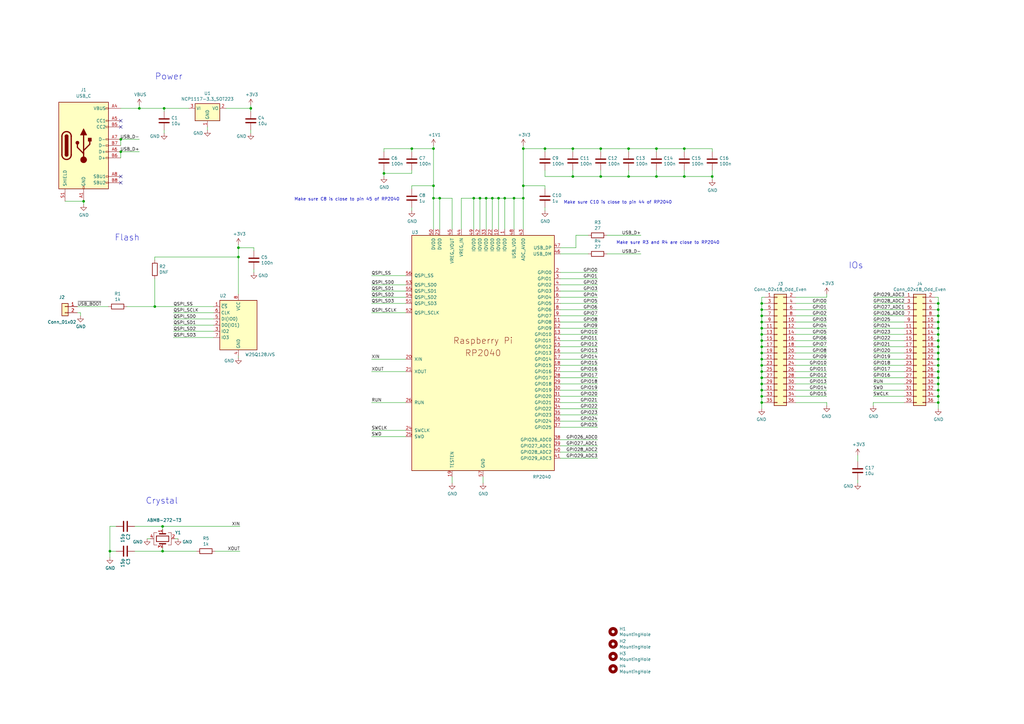
<source format=kicad_sch>
(kicad_sch (version 20231120) (generator "eeschema") (generator_version "8.0")
  (paper "A3")
  (title_block (title "RP2040 Minimal Design Example") (date "2024-01-16") (rev "REV2") (company "Raspberry Pi Ltd"))
  (lib_symbols
    (symbol "Connector:USB_C_Receptacle_USB2.0_16P" (pin_names (offset 1.016))
      (property "Reference" "J" (at 0 22.225 0))
      (property "Value" "USB_C_Receptacle_USB2.0_16P" (at 0 19.685 0))
      (symbol "USB_C_Receptacle_USB2.0_16P_1_1"
        (pin passive line (at 0 -22.86 90) (length 5.08) (name "GND") (number "A1"))
        (pin passive line (at 0 -22.86 90) (length 5.08) hide (name "GND") (number "A12"))
        (pin passive line (at 15.24 15.24 180) (length 5.08) (name "VBUS") (number "A4"))
        (pin bidirectional line (at 15.24 10.16 180) (length 5.08) (name "CC1") (number "A5"))
        (pin bidirectional line (at 15.24 -2.54 180) (length 5.08) (name "D+") (number "A6"))
        (pin bidirectional line (at 15.24 2.54 180) (length 5.08) (name "D-") (number "A7"))
        (pin bidirectional line (at 15.24 -12.7 180) (length 5.08) (name "SBU1") (number "A8"))
        (pin passive line (at 15.24 15.24 180) (length 5.08) hide (name "VBUS") (number "A9"))
        (pin passive line (at 0 -22.86 90) (length 5.08) hide (name "GND") (number "B1"))
        (pin passive line (at 0 -22.86 90) (length 5.08) hide (name "GND") (number "B12"))
        (pin passive line (at 15.24 15.24 180) (length 5.08) hide (name "VBUS") (number "B4"))
        (pin bidirectional line (at 15.24 7.62 180) (length 5.08) (name "CC2") (number "B5"))
        (pin bidirectional line (at 15.24 -5.08 180) (length 5.08) (name "D+") (number "B6"))
        (pin bidirectional line (at 15.24 0 180) (length 5.08) (name "D-") (number "B7"))
        (pin bidirectional line (at 15.24 -15.24 180) (length 5.08) (name "SBU2") (number "B8"))
        (pin passive line (at 15.24 15.24 180) (length 5.08) hide (name "VBUS") (number "B9"))
        (pin passive line (at -7.62 -22.86 90) (length 5.08) (name "SHIELD") (number "S1"))
      )
    )
    (symbol "Connector_Generic:Conn_01x02" (pin_names (offset 1.016) hide)
      (property "Reference" "J" (at 0 2.54 0))
      (property "Value" "Conn_01x02" (at 0 -5.08 0))
      (symbol "Conn_01x02_1_1"
        (pin passive line (at -5.08 0 0) (length 3.81) (name "Pin_1") (number "1"))
        (pin passive line (at -5.08 -2.54 0) (length 3.81) (name "Pin_2") (number "2"))
      )
    )
    (symbol "Connector_Generic:Conn_02x18_Odd_Even" (pin_names (offset 1.016) hide)
      (property "Reference" "J" (at 1.27 22.86 0))
      (property "Value" "Conn_02x18_Odd_Even" (at 1.27 -25.4 0))
      (symbol "Conn_02x18_Odd_Even_1_1"
        (pin passive line (at -5.08 20.32 0) (length 3.81) (name "Pin_1") (number "1"))
        (pin passive line (at 7.62 10.16 180) (length 3.81) (name "Pin_10") (number "10"))
        (pin passive line (at -5.08 7.62 0) (length 3.81) (name "Pin_11") (number "11"))
        (pin passive line (at 7.62 7.62 180) (length 3.81) (name "Pin_12") (number "12"))
        (pin passive line (at -5.08 5.08 0) (length 3.81) (name "Pin_13") (number "13"))
        (pin passive line (at 7.62 5.08 180) (length 3.81) (name "Pin_14") (number "14"))
        (pin passive line (at -5.08 2.54 0) (length 3.81) (name "Pin_15") (number "15"))
        (pin passive line (at 7.62 2.54 180) (length 3.81) (name "Pin_16") (number "16"))
        (pin passive line (at -5.08 0 0) (length 3.81) (name "Pin_17") (number "17"))
        (pin passive line (at 7.62 0 180) (length 3.81) (name "Pin_18") (number "18"))
        (pin passive line (at -5.08 -2.54 0) (length 3.81) (name "Pin_19") (number "19"))
        (pin passive line (at 7.62 20.32 180) (length 3.81) (name "Pin_2") (number "2"))
        (pin passive line (at 7.62 -2.54 180) (length 3.81) (name "Pin_20") (number "20"))
        (pin passive line (at -5.08 -5.08 0) (length 3.81) (name "Pin_21") (number "21"))
        (pin passive line (at 7.62 -5.08 180) (length 3.81) (name "Pin_22") (number "22"))
        (pin passive line (at -5.08 -7.62 0) (length 3.81) (name "Pin_23") (number "23"))
        (pin passive line (at 7.62 -7.62 180) (length 3.81) (name "Pin_24") (number "24"))
        (pin passive line (at -5.08 -10.16 0) (length 3.81) (name "Pin_25") (number "25"))
        (pin passive line (at 7.62 -10.16 180) (length 3.81) (name "Pin_26") (number "26"))
        (pin passive line (at -5.08 -12.7 0) (length 3.81) (name "Pin_27") (number "27"))
        (pin passive line (at 7.62 -12.7 180) (length 3.81) (name "Pin_28") (number "28"))
        (pin passive line (at -5.08 -15.24 0) (length 3.81) (name "Pin_29") (number "29"))
        (pin passive line (at -5.08 17.78 0) (length 3.81) (name "Pin_3") (number "3"))
        (pin passive line (at 7.62 -15.24 180) (length 3.81) (name "Pin_30") (number "30"))
        (pin passive line (at -5.08 -17.78 0) (length 3.81) (name "Pin_31") (number "31"))
        (pin passive line (at 7.62 -17.78 180) (length 3.81) (name "Pin_32") (number "32"))
        (pin passive line (at -5.08 -20.32 0) (length 3.81) (name "Pin_33") (number "33"))
        (pin passive line (at 7.62 -20.32 180) (length 3.81) (name "Pin_34") (number "34"))
        (pin passive line (at -5.08 -22.86 0) (length 3.81) (name "Pin_35") (number "35"))
        (pin passive line (at 7.62 -22.86 180) (length 3.81) (name "Pin_36") (number "36"))
        (pin passive line (at 7.62 17.78 180) (length 3.81) (name "Pin_4") (number "4"))
        (pin passive line (at -5.08 15.24 0) (length 3.81) (name "Pin_5") (number "5"))
        (pin passive line (at 7.62 15.24 180) (length 3.81) (name "Pin_6") (number "6"))
        (pin passive line (at -5.08 12.7 0) (length 3.81) (name "Pin_7") (number "7"))
        (pin passive line (at 7.62 12.7 180) (length 3.81) (name "Pin_8") (number "8"))
        (pin passive line (at -5.08 10.16 0) (length 3.81) (name "Pin_9") (number "9"))
      )
    )
    (symbol "Device:C" (pin_numbers hide) (pin_names (offset 0.254))
      (property "Reference" "C" (at 0.635 2.54 0))
      (property "Value" "C" (at 0.635 -2.54 0))
      (symbol "C_1_1"
        (pin passive line (at 0 3.81 270) (length 2.794) (name "~") (number "1"))
        (pin passive line (at 0 -3.81 90) (length 2.794) (name "~") (number "2"))
      )
    )
    (symbol "Device:Crystal_GND24" (pin_names (offset 1.016) hide)
      (property "Reference" "Y" (at 3.175 5.08 0))
      (property "Value" "Crystal_GND24" (at 3.175 3.175 0))
      (symbol "Crystal_GND24_1_1"
        (pin passive line (at -3.81 0 0) (length 1.27) (name "1") (number "1"))
        (pin passive line (at 0 5.08 270) (length 1.27) (name "2") (number "2"))
        (pin passive line (at 3.81 0 180) (length 1.27) (name "3") (number "3"))
        (pin passive line (at 0 -5.08 90) (length 1.27) (name "4") (number "4"))
      )
    )
    (symbol "Device:R" (pin_numbers hide) (pin_names (offset 0))
      (property "Reference" "R" (at 2.032 0 90))
      (property "Value" "R" (at 0 0 90))
      (symbol "R_1_1"
        (pin passive line (at 0 3.81 270) (length 1.27) (name "~") (number "1"))
        (pin passive line (at 0 -3.81 90) (length 1.27) (name "~") (number "2"))
      )
    )
    (symbol "MCU_RaspberryPi_RP2040:RP2040" (pin_names (offset 1.016))
      (property "Reference" "U" (at -29.21 49.53 0))
      (property "Value" "RP2040" (at 24.13 -49.53 0))
      (symbol "RP2040_0_0"
        (text "Raspberry Pi" (at 0 5.08 0) (effects (font (size 2.54 2.54))))
        (text "RP2040" (at 0 0 0) (effects (font (size 2.54 2.54))))
      )
      (symbol "RP2040_1_1"
        (pin power_in line (at 8.89 50.8 270) (length 2.54) (name "IOVDD") (number "1"))
        (pin power_in line (at 6.35 50.8 270) (length 2.54) (name "IOVDD") (number "10"))
        (pin bidirectional line (at 31.75 12.7 180) (length 2.54) (name "GPIO8") (number "11"))
        (pin bidirectional line (at 31.75 10.16 180) (length 2.54) (name "GPIO9") (number "12"))
        (pin bidirectional line (at 31.75 7.62 180) (length 2.54) (name "GPIO10") (number "13"))
        (pin bidirectional line (at 31.75 5.08 180) (length 2.54) (name "GPIO11") (number "14"))
        (pin bidirectional line (at 31.75 2.54 180) (length 2.54) (name "GPIO12") (number "15"))
        (pin bidirectional line (at 31.75 0 180) (length 2.54) (name "GPIO13") (number "16"))
        (pin bidirectional line (at 31.75 -2.54 180) (length 2.54) (name "GPIO14") (number "17"))
        (pin bidirectional line (at 31.75 -5.08 180) (length 2.54) (name "GPIO15") (number "18"))
        (pin passive line (at -12.7 -50.8 90) (length 2.54) (name "TESTEN") (number "19"))
        (pin bidirectional line (at 31.75 33.02 180) (length 2.54) (name "GPIO0") (number "2"))
        (pin input line (at -31.75 -2.54 0) (length 2.54) (name "XIN") (number "20"))
        (pin passive line (at -31.75 -7.62 0) (length 2.54) (name "XOUT") (number "21"))
        (pin power_in line (at 3.81 50.8 270) (length 2.54) (name "IOVDD") (number "22"))
        (pin power_in line (at -17.78 50.8 270) (length 2.54) (name "DVDD") (number "23"))
        (pin output line (at -31.75 -31.75 0) (length 2.54) (name "SWCLK") (number "24"))
        (pin bidirectional line (at -31.75 -34.29 0) (length 2.54) (name "SWD") (number "25"))
        (pin input line (at -31.75 -20.32 0) (length 2.54) (name "RUN") (number "26"))
        (pin bidirectional line (at 31.75 -7.62 180) (length 2.54) (name "GPIO16") (number "27"))
        (pin bidirectional line (at 31.75 -10.16 180) (length 2.54) (name "GPIO17") (number "28"))
        (pin bidirectional line (at 31.75 -12.7 180) (length 2.54) (name "GPIO18") (number "29"))
        (pin bidirectional line (at 31.75 30.48 180) (length 2.54) (name "GPIO1") (number "3"))
        (pin bidirectional line (at 31.75 -15.24 180) (length 2.54) (name "GPIO19") (number "30"))
        (pin bidirectional line (at 31.75 -17.78 180) (length 2.54) (name "GPIO20") (number "31"))
        (pin bidirectional line (at 31.75 -20.32 180) (length 2.54) (name "GPIO21") (number "32"))
        (pin power_in line (at 1.27 50.8 270) (length 2.54) (name "IOVDD") (number "33"))
        (pin bidirectional line (at 31.75 -22.86 180) (length 2.54) (name "GPIO22") (number "34"))
        (pin bidirectional line (at 31.75 -25.4 180) (length 2.54) (name "GPIO23") (number "35"))
        (pin bidirectional line (at 31.75 -27.94 180) (length 2.54) (name "GPIO24") (number "36"))
        (pin bidirectional line (at 31.75 -30.48 180) (length 2.54) (name "GPIO25") (number "37"))
        (pin bidirectional line (at 31.75 -35.56 180) (length 2.54) (name "GPIO26_ADC0") (number "38"))
        (pin bidirectional line (at 31.75 -38.1 180) (length 2.54) (name "GPIO27_ADC1") (number "39"))
        (pin bidirectional line (at 31.75 27.94 180) (length 2.54) (name "GPIO2") (number "4"))
        (pin bidirectional line (at 31.75 -40.64 180) (length 2.54) (name "GPIO28_ADC2") (number "40"))
        (pin bidirectional line (at 31.75 -43.18 180) (length 2.54) (name "GPIO29_ADC3") (number "41"))
        (pin power_in line (at -1.27 50.8 270) (length 2.54) (name "IOVDD") (number "42"))
        (pin power_in line (at 16.51 50.8 270) (length 2.54) (name "ADC_AVDD") (number "43"))
        (pin power_in line (at -8.89 50.8 270) (length 2.54) (name "VREG_IN") (number "44"))
        (pin power_out line (at -12.7 50.8 270) (length 2.54) (name "VREG_VOUT") (number "45"))
        (pin bidirectional line (at 31.75 40.64 180) (length 2.54) (name "USB_DM") (number "46"))
        (pin bidirectional line (at 31.75 43.18 180) (length 2.54) (name "USB_DP") (number "47"))
        (pin power_in line (at 12.7 50.8 270) (length 2.54) (name "USB_VDD") (number "48"))
        (pin power_in line (at -3.81 50.8 270) (length 2.54) (name "IOVDD") (number "49"))
        (pin bidirectional line (at 31.75 25.4 180) (length 2.54) (name "GPIO3") (number "5"))
        (pin power_in line (at -20.32 50.8 270) (length 2.54) (name "DVDD") (number "50"))
        (pin bidirectional line (at -31.75 20.32 0) (length 2.54) (name "QSPI_SD3") (number "51"))
        (pin output line (at -31.75 16.51 0) (length 2.54) (name "QSPI_SCLK") (number "52"))
        (pin bidirectional line (at -31.75 27.94 0) (length 2.54) (name "QSPI_SD0") (number "53"))
        (pin bidirectional line (at -31.75 22.86 0) (length 2.54) (name "QSPI_SD2") (number "54"))
        (pin bidirectional line (at -31.75 25.4 0) (length 2.54) (name "QSPI_SD1") (number "55"))
        (pin bidirectional line (at -31.75 31.75 0) (length 2.54) (name "QSPI_SS") (number "56"))
        (pin power_in line (at 0 -50.8 90) (length 2.54) (name "GND") (number "57"))
        (pin bidirectional line (at 31.75 22.86 180) (length 2.54) (name "GPIO4") (number "6"))
        (pin bidirectional line (at 31.75 20.32 180) (length 2.54) (name "GPIO5") (number "7"))
        (pin bidirectional line (at 31.75 17.78 180) (length 2.54) (name "GPIO6") (number "8"))
        (pin bidirectional line (at 31.75 15.24 180) (length 2.54) (name "GPIO7") (number "9"))
      )
    )
    (symbol "Mechanical:MountingHole" (pin_names (offset 1.016))
      (property "Reference" "H" (at 0 5.08 0))
      (property "Value" "MountingHole" (at 0 3.175 0))
    )
    (symbol "Memory_Flash:W25Q128JVS"
      (property "Reference" "U" (at -8.89 8.89 0))
      (property "Value" "W25Q128JVS" (at 7.62 8.89 0))
      (symbol "W25Q128JVS_1_1"
        (pin input line (at -10.16 7.62 0) (length 2.54) (name "~{CS}") (number "1"))
        (pin bidirectional line (at -10.16 0 0) (length 2.54) (name "DO(IO1)") (number "2"))
        (pin bidirectional line (at -10.16 -2.54 0) (length 2.54) (name "IO2") (number "3"))
        (pin power_in line (at 0 -12.7 90) (length 2.54) (name "GND") (number "4"))
        (pin bidirectional line (at -10.16 2.54 0) (length 2.54) (name "DI(IO0)") (number "5"))
        (pin input line (at -10.16 5.08 0) (length 2.54) (name "CLK") (number "6"))
        (pin bidirectional line (at -10.16 -5.08 0) (length 2.54) (name "IO3") (number "7"))
        (pin power_in line (at 0 12.7 270) (length 2.54) (name "VCC") (number "8"))
      )
    )
    (symbol "Regulator_Linear:NCP1117-3.3_SOT223"
      (property "Reference" "U" (at -3.81 3.175 0))
      (property "Value" "NCP1117-3.3_SOT223" (at 0 3.175 0))
      (symbol "NCP1117-3.3_SOT223_1_1"
        (pin power_in line (at 0 -7.62 90) (length 2.54) (name "GND") (number "1"))
        (pin power_out line (at 7.62 0 180) (length 2.54) (name "VO") (number "2"))
        (pin power_in line (at -7.62 0 0) (length 2.54) (name "VI") (number "3"))
      )
    )
    (symbol "power:+1V1" (power) (pin_names (offset 0))
      (property "Value" "+1V1" (at 0 3.556 0))
      (symbol "+1V1_1_1"
        (pin power_in line (at 0 0 90) (length 0) hide (name "+1V1") (number "1"))
      )
    )
    (symbol "power:+3V3" (power) (pin_names (offset 0))
      (property "Value" "+3V3" (at 0 3.556 0))
      (symbol "+3V3_1_1"
        (pin power_in line (at 0 0 90) (length 0) hide (name "+3V3") (number "1"))
      )
    )
    (symbol "power:GND" (power) (pin_names (offset 0))
      (property "Value" "GND" (at 0 -3.81 0))
      (symbol "GND_1_1"
        (pin power_in line (at 0 0 270) (length 0) hide (name "GND") (number "1"))
      )
    )
    (symbol "power:VBUS" (power) (pin_names (offset 0))
      (property "Value" "VBUS" (at 0 3.81 0))
      (symbol "VBUS_1_1"
        (pin power_in line (at 0 0 90) (length 0) hide (name "VBUS") (number "1"))
      )
    )
  )
  (junction (at 34.29 82.55))
  (junction (at 201.93 81.28))
  (junction (at 384.81 129.54))
  (junction (at 199.39 81.28))
  (junction (at 312.42 132.08))
  (junction (at 384.81 165.1))
  (junction (at 384.81 132.08))
  (junction (at 97.79 105.41))
  (junction (at 177.8 76.2))
  (junction (at 214.63 76.2))
  (junction (at 168.91 60.96))
  (junction (at 384.81 147.32))
  (junction (at 45.085 226.06))
  (junction (at 223.52 60.96))
  (junction (at 312.42 147.32))
  (junction (at 312.42 124.46))
  (junction (at 246.38 72.39))
  (junction (at 384.81 157.48))
  (junction (at 312.42 162.56))
  (junction (at 257.81 60.96))
  (junction (at 66.675 215.9))
  (junction (at 246.38 60.96))
  (junction (at 177.8 81.28))
  (junction (at 180.34 81.28))
  (junction (at 204.47 81.28))
  (junction (at 384.81 137.16))
  (junction (at 157.48 71.12))
  (junction (at 102.87 44.45))
  (junction (at 384.81 142.24))
  (junction (at 280.67 60.96))
  (junction (at 312.42 157.48))
  (junction (at 384.81 154.94))
  (junction (at 312.42 127))
  (junction (at 292.1 72.39))
  (junction (at 66.675 226.06))
  (junction (at 384.81 127))
  (junction (at 312.42 134.62))
  (junction (at 57.15 44.45))
  (junction (at 257.81 72.39))
  (junction (at 384.81 162.56))
  (junction (at 97.79 101.6))
  (junction (at 312.42 144.78))
  (junction (at 312.42 139.7))
  (junction (at 177.8 60.96))
  (junction (at 384.81 134.62))
  (junction (at 234.95 72.39))
  (junction (at 269.24 72.39))
  (junction (at 312.42 142.24))
  (junction (at 384.81 149.86))
  (junction (at 312.42 160.02))
  (junction (at 67.31 44.45))
  (junction (at 49.53 57.15))
  (junction (at 384.81 139.7))
  (junction (at 384.81 124.46))
  (junction (at 312.42 154.94))
  (junction (at 207.01 81.28))
  (junction (at 214.63 81.28))
  (junction (at 312.42 137.16))
  (junction (at 63.5 125.73))
  (junction (at 312.42 165.1))
  (junction (at 312.42 152.4))
  (junction (at 312.42 149.86))
  (junction (at 384.81 152.4))
  (junction (at 384.81 144.78))
  (junction (at 196.85 81.28))
  (junction (at 214.63 60.96))
  (junction (at 384.81 160.02))
  (junction (at 194.31 81.28))
  (junction (at 269.24 60.96))
  (junction (at 280.67 72.39))
  (junction (at 49.53 62.23))
  (junction (at 312.42 129.54))
  (junction (at 210.82 81.28))
  (junction (at 234.95 60.96))
  (no_connect (at 49.53 72.39))
  (no_connect (at 49.53 52.07))
  (no_connect (at 49.53 74.93))
  (no_connect (at 49.53 49.53))
  (wire (pts (xy 177.8 81.28) (xy 177.8 93.98)))
  (wire (pts (xy 229.87 137.16) (xy 245.11 137.16)))
  (wire (pts (xy 157.48 71.12) (xy 168.91 71.12)))
  (wire (pts (xy 236.22 96.52) (xy 236.22 101.6)))
  (wire (pts (xy 384.81 147.32) (xy 384.81 149.86)))
  (wire (pts (xy 57.15 44.45) (xy 67.31 44.45)))
  (wire (pts (xy 370.84 134.62) (xy 358.14 134.62)))
  (wire (pts (xy 246.38 60.96) (xy 257.81 60.96)))
  (wire (pts (xy 207.01 81.28) (xy 210.82 81.28)))
  (wire (pts (xy 339.09 142.24) (xy 326.39 142.24)))
  (wire (pts (xy 312.42 154.94) (xy 312.42 157.48)))
  (wire (pts (xy 351.79 196.85) (xy 351.79 198.12)))
  (wire (pts (xy 87.63 138.43) (xy 71.12 138.43)))
  (wire (pts (xy 246.38 62.23) (xy 246.38 60.96)))
  (wire (pts (xy 177.8 59.69) (xy 177.8 60.96)))
  (wire (pts (xy 229.87 149.86) (xy 245.11 149.86)))
  (wire (pts (xy 49.53 57.15) (xy 49.53 59.69)))
  (wire (pts (xy 384.81 132.08) (xy 384.81 134.62)))
  (wire (pts (xy 370.84 142.24) (xy 358.14 142.24)))
  (wire (pts (xy 97.79 101.6) (xy 97.79 105.41)))
  (wire (pts (xy 67.31 53.34) (xy 67.31 54.61)))
  (wire (pts (xy 229.87 175.26) (xy 245.11 175.26)))
  (wire (pts (xy 194.31 81.28) (xy 196.85 81.28)))
  (wire (pts (xy 229.87 170.18) (xy 245.11 170.18)))
  (wire (pts (xy 57.15 43.18) (xy 57.15 44.45)))
  (wire (pts (xy 229.87 104.14) (xy 241.3 104.14)))
  (wire (pts (xy 339.09 166.37) (xy 339.09 165.1)))
  (wire (pts (xy 229.87 111.76) (xy 245.11 111.76)))
  (wire (pts (xy 71.12 128.27) (xy 87.63 128.27)))
  (wire (pts (xy 97.79 100.33) (xy 97.79 101.6)))
  (wire (pts (xy 248.92 96.52) (xy 262.89 96.52)))
  (wire (pts (xy 313.69 165.1) (xy 312.42 165.1)))
  (wire (pts (xy 185.42 93.98) (xy 185.42 81.28)))
  (wire (pts (xy 384.81 154.94) (xy 384.81 157.48)))
  (wire (pts (xy 313.69 121.92) (xy 312.42 121.92)))
  (wire (pts (xy 339.09 165.1) (xy 326.39 165.1)))
  (wire (pts (xy 384.81 124.46) (xy 384.81 127)))
  (wire (pts (xy 246.38 69.85) (xy 246.38 72.39)))
  (wire (pts (xy 229.87 116.84) (xy 245.11 116.84)))
  (wire (pts (xy 67.31 45.72) (xy 67.31 44.45)))
  (wire (pts (xy 177.8 76.2) (xy 177.8 81.28)))
  (wire (pts (xy 384.81 129.54) (xy 384.81 132.08)))
  (wire (pts (xy 60.325 220.98) (xy 61.595 220.98)))
  (wire (pts (xy 189.23 81.28) (xy 194.31 81.28)))
  (wire (pts (xy 157.48 60.96) (xy 168.91 60.96)))
  (wire (pts (xy 339.09 139.7) (xy 326.39 139.7)))
  (wire (pts (xy 229.87 185.42) (xy 245.11 185.42)))
  (wire (pts (xy 63.5 114.3) (xy 63.5 125.73)))
  (wire (pts (xy 384.81 160.02) (xy 384.81 162.56)))
  (wire (pts (xy 312.42 157.48) (xy 312.42 160.02)))
  (wire (pts (xy 157.48 69.85) (xy 157.48 71.12)))
  (wire (pts (xy 312.42 129.54) (xy 312.42 132.08)))
  (wire (pts (xy 313.69 147.32) (xy 312.42 147.32)))
  (wire (pts (xy 71.755 220.98) (xy 73.025 220.98)))
  (wire (pts (xy 313.69 144.78) (xy 312.42 144.78)))
  (wire (pts (xy 152.4 124.46) (xy 166.37 124.46)))
  (wire (pts (xy 339.09 160.02) (xy 326.39 160.02)))
  (wire (pts (xy 383.54 129.54) (xy 384.81 129.54)))
  (wire (pts (xy 55.245 215.9) (xy 66.675 215.9)))
  (wire (pts (xy 339.09 152.4) (xy 326.39 152.4)))
  (wire (pts (xy 383.54 127) (xy 384.81 127)))
  (wire (pts (xy 102.87 45.72) (xy 102.87 44.45)))
  (wire (pts (xy 214.63 81.28) (xy 214.63 93.98)))
  (wire (pts (xy 168.91 60.96) (xy 177.8 60.96)))
  (wire (pts (xy 44.45 125.73) (xy 31.75 125.73)))
  (wire (pts (xy 370.84 129.54) (xy 358.14 129.54)))
  (wire (pts (xy 214.63 76.2) (xy 223.52 76.2)))
  (wire (pts (xy 97.79 146.685) (xy 97.79 146.05)))
  (wire (pts (xy 199.39 93.98) (xy 199.39 81.28)))
  (wire (pts (xy 339.09 149.86) (xy 326.39 149.86)))
  (wire (pts (xy 177.8 60.96) (xy 177.8 76.2)))
  (wire (pts (xy 210.82 81.28) (xy 214.63 81.28)))
  (wire (pts (xy 152.4 119.38) (xy 166.37 119.38)))
  (wire (pts (xy 166.37 165.1) (xy 152.4 165.1)))
  (wire (pts (xy 269.24 62.23) (xy 269.24 60.96)))
  (wire (pts (xy 370.84 124.46) (xy 358.14 124.46)))
  (wire (pts (xy 196.85 81.28) (xy 199.39 81.28)))
  (wire (pts (xy 87.63 133.35) (xy 71.12 133.35)))
  (wire (pts (xy 339.09 132.08) (xy 326.39 132.08)))
  (wire (pts (xy 384.81 142.24) (xy 384.81 144.78)))
  (wire (pts (xy 339.09 127) (xy 326.39 127)))
  (wire (pts (xy 383.54 162.56) (xy 384.81 162.56)))
  (wire (pts (xy 223.52 62.23) (xy 223.52 60.96)))
  (wire (pts (xy 313.69 132.08) (xy 312.42 132.08)))
  (wire (pts (xy 312.42 134.62) (xy 312.42 137.16)))
  (wire (pts (xy 214.63 60.96) (xy 223.52 60.96)))
  (wire (pts (xy 104.14 101.6) (xy 97.79 101.6)))
  (wire (pts (xy 207.01 81.28) (xy 207.01 93.98)))
  (wire (pts (xy 196.85 93.98) (xy 196.85 81.28)))
  (wire (pts (xy 383.54 147.32) (xy 384.81 147.32)))
  (wire (pts (xy 66.675 224.79) (xy 66.675 226.06)))
  (wire (pts (xy 45.085 226.06) (xy 45.085 228.6)))
  (wire (pts (xy 229.87 101.6) (xy 236.22 101.6)))
  (wire (pts (xy 384.81 144.78) (xy 384.81 147.32)))
  (wire (pts (xy 383.54 134.62) (xy 384.81 134.62)))
  (wire (pts (xy 214.63 60.96) (xy 214.63 76.2)))
  (wire (pts (xy 383.54 139.7) (xy 384.81 139.7)))
  (wire (pts (xy 85.09 52.07) (xy 85.09 53.34)))
  (wire (pts (xy 166.37 152.4) (xy 152.4 152.4)))
  (wire (pts (xy 166.37 113.03) (xy 152.4 113.03)))
  (wire (pts (xy 312.42 152.4) (xy 312.42 154.94)))
  (wire (pts (xy 269.24 60.96) (xy 280.67 60.96)))
  (wire (pts (xy 292.1 69.85) (xy 292.1 72.39)))
  (wire (pts (xy 88.265 226.06) (xy 98.425 226.06)))
  (wire (pts (xy 92.71 44.45) (xy 102.87 44.45)))
  (wire (pts (xy 229.87 147.32) (xy 245.11 147.32)))
  (wire (pts (xy 313.69 127) (xy 312.42 127)))
  (wire (pts (xy 370.84 152.4) (xy 358.14 152.4)))
  (wire (pts (xy 229.87 127) (xy 245.11 127)))
  (wire (pts (xy 168.91 71.12) (xy 168.91 69.85)))
  (wire (pts (xy 313.69 157.48) (xy 312.42 157.48)))
  (wire (pts (xy 234.95 62.23) (xy 234.95 60.96)))
  (wire (pts (xy 234.95 72.39) (xy 223.52 72.39)))
  (wire (pts (xy 229.87 180.34) (xy 245.11 180.34)))
  (wire (pts (xy 214.63 76.2) (xy 214.63 81.28)))
  (wire (pts (xy 384.81 152.4) (xy 384.81 154.94)))
  (wire (pts (xy 214.63 59.69) (xy 214.63 60.96)))
  (wire (pts (xy 384.81 127) (xy 384.81 129.54)))
  (wire (pts (xy 229.87 129.54) (xy 245.11 129.54)))
  (wire (pts (xy 168.91 77.47) (xy 168.91 76.2)))
  (wire (pts (xy 87.63 135.89) (xy 71.12 135.89)))
  (wire (pts (xy 31.75 128.27) (xy 33.02 128.27)))
  (wire (pts (xy 234.95 60.96) (xy 246.38 60.96)))
  (wire (pts (xy 312.42 121.92) (xy 312.42 124.46)))
  (wire (pts (xy 370.84 149.86) (xy 358.14 149.86)))
  (wire (pts (xy 52.07 125.73) (xy 63.5 125.73)))
  (wire (pts (xy 313.69 139.7) (xy 312.42 139.7)))
  (wire (pts (xy 312.42 165.1) (xy 312.42 167.64)))
  (wire (pts (xy 383.54 165.1) (xy 384.81 165.1)))
  (wire (pts (xy 312.42 162.56) (xy 312.42 165.1)))
  (wire (pts (xy 229.87 187.96) (xy 245.11 187.96)))
  (wire (pts (xy 383.54 121.92) (xy 384.81 121.92)))
  (wire (pts (xy 358.14 165.1) (xy 370.84 165.1)))
  (wire (pts (xy 312.42 139.7) (xy 312.42 142.24)))
  (wire (pts (xy 312.42 124.46) (xy 312.42 127)))
  (wire (pts (xy 312.42 144.78) (xy 312.42 147.32)))
  (wire (pts (xy 234.95 69.85) (xy 234.95 72.39)))
  (wire (pts (xy 34.29 82.55) (xy 26.67 82.55)))
  (wire (pts (xy 312.42 160.02) (xy 312.42 162.56)))
  (wire (pts (xy 180.34 93.98) (xy 180.34 81.28)))
  (wire (pts (xy 384.81 139.7) (xy 384.81 142.24)))
  (wire (pts (xy 280.67 72.39) (xy 292.1 72.39)))
  (wire (pts (xy 312.42 137.16) (xy 312.42 139.7)))
  (wire (pts (xy 370.84 157.48) (xy 358.14 157.48)))
  (wire (pts (xy 339.09 137.16) (xy 326.39 137.16)))
  (wire (pts (xy 77.47 44.45) (xy 67.31 44.45)))
  (wire (pts (xy 269.24 69.85) (xy 269.24 72.39)))
  (wire (pts (xy 383.54 154.94) (xy 384.81 154.94)))
  (wire (pts (xy 383.54 152.4) (xy 384.81 152.4)))
  (wire (pts (xy 223.52 60.96) (xy 234.95 60.96)))
  (wire (pts (xy 223.52 85.09) (xy 223.52 86.36)))
  (wire (pts (xy 383.54 157.48) (xy 384.81 157.48)))
  (wire (pts (xy 229.87 132.08) (xy 245.11 132.08)))
  (wire (pts (xy 313.69 152.4) (xy 312.42 152.4)))
  (wire (pts (xy 204.47 93.98) (xy 204.47 81.28)))
  (wire (pts (xy 313.69 160.02) (xy 312.42 160.02)))
  (wire (pts (xy 55.245 226.06) (xy 66.675 226.06)))
  (wire (pts (xy 313.69 129.54) (xy 312.42 129.54)))
  (wire (pts (xy 47.625 226.06) (xy 45.085 226.06)))
  (wire (pts (xy 339.09 162.56) (xy 326.39 162.56)))
  (wire (pts (xy 66.675 226.06) (xy 80.645 226.06)))
  (wire (pts (xy 313.69 162.56) (xy 312.42 162.56)))
  (wire (pts (xy 229.87 119.38) (xy 245.11 119.38)))
  (wire (pts (xy 292.1 62.23) (xy 292.1 60.96)))
  (wire (pts (xy 166.37 179.07) (xy 152.4 179.07)))
  (wire (pts (xy 199.39 81.28) (xy 201.93 81.28)))
  (wire (pts (xy 312.42 142.24) (xy 312.42 144.78)))
  (wire (pts (xy 292.1 72.39) (xy 292.1 73.66)))
  (wire (pts (xy 383.54 137.16) (xy 384.81 137.16)))
  (wire (pts (xy 351.79 186.69) (xy 351.79 189.23)))
  (wire (pts (xy 229.87 157.48) (xy 245.11 157.48)))
  (wire (pts (xy 313.69 142.24) (xy 312.42 142.24)))
  (wire (pts (xy 384.81 121.92) (xy 384.81 124.46)))
  (wire (pts (xy 166.37 128.27) (xy 152.4 128.27)))
  (wire (pts (xy 313.69 149.86) (xy 312.42 149.86)))
  (wire (pts (xy 198.12 195.58) (xy 198.12 198.12)))
  (wire (pts (xy 339.09 121.92) (xy 339.09 120.65)))
  (wire (pts (xy 168.91 76.2) (xy 177.8 76.2)))
  (wire (pts (xy 229.87 154.94) (xy 245.11 154.94)))
  (wire (pts (xy 87.63 130.81) (xy 71.12 130.81)))
  (wire (pts (xy 246.38 72.39) (xy 234.95 72.39)))
  (wire (pts (xy 370.84 132.08) (xy 358.14 132.08)))
  (wire (pts (xy 223.52 69.85) (xy 223.52 72.39)))
  (wire (pts (xy 370.84 137.16) (xy 358.14 137.16)))
  (wire (pts (xy 339.09 144.78) (xy 326.39 144.78)))
  (wire (pts (xy 384.81 157.48) (xy 384.81 160.02)))
  (wire (pts (xy 370.84 160.02) (xy 358.14 160.02)))
  (wire (pts (xy 339.09 129.54) (xy 326.39 129.54)))
  (wire (pts (xy 185.42 195.58) (xy 185.42 198.12)))
  (wire (pts (xy 229.87 160.02) (xy 245.11 160.02)))
  (wire (pts (xy 47.625 215.9) (xy 45.085 215.9)))
  (wire (pts (xy 229.87 139.7) (xy 245.11 139.7)))
  (wire (pts (xy 370.84 162.56) (xy 358.14 162.56)))
  (wire (pts (xy 229.87 165.1) (xy 245.11 165.1)))
  (wire (pts (xy 313.69 134.62) (xy 312.42 134.62)))
  (wire (pts (xy 180.34 81.28) (xy 177.8 81.28)))
  (wire (pts (xy 248.92 104.14) (xy 262.89 104.14)))
  (wire (pts (xy 383.54 144.78) (xy 384.81 144.78)))
  (wire (pts (xy 383.54 132.08) (xy 384.81 132.08)))
  (wire (pts (xy 229.87 144.78) (xy 245.11 144.78)))
  (wire (pts (xy 280.67 72.39) (xy 269.24 72.39)))
  (wire (pts (xy 45.085 215.9) (xy 45.085 226.06)))
  (wire (pts (xy 312.42 147.32) (xy 312.42 149.86)))
  (wire (pts (xy 312.42 132.08) (xy 312.42 134.62)))
  (wire (pts (xy 312.42 127) (xy 312.42 129.54)))
  (wire (pts (xy 66.675 217.17) (xy 66.675 215.9)))
  (wire (pts (xy 152.4 116.84) (xy 166.37 116.84)))
  (wire (pts (xy 358.14 166.37) (xy 358.14 165.1)))
  (wire (pts (xy 201.93 81.28) (xy 204.47 81.28)))
  (wire (pts (xy 229.87 134.62) (xy 245.11 134.62)))
  (wire (pts (xy 383.54 142.24) (xy 384.81 142.24)))
  (wire (pts (xy 229.87 152.4) (xy 245.11 152.4)))
  (wire (pts (xy 49.53 62.23) (xy 57.15 62.23)))
  (wire (pts (xy 339.09 147.32) (xy 326.39 147.32)))
  (wire (pts (xy 157.48 62.23) (xy 157.48 60.96)))
  (wire (pts (xy 384.81 137.16) (xy 384.81 139.7)))
  (wire (pts (xy 236.22 96.52) (xy 241.3 96.52)))
  (wire (pts (xy 104.14 110.49) (xy 104.14 111.76)))
  (wire (pts (xy 157.48 71.12) (xy 157.48 72.39)))
  (wire (pts (xy 280.67 69.85) (xy 280.67 72.39)))
  (wire (pts (xy 152.4 147.32) (xy 166.37 147.32)))
  (wire (pts (xy 229.87 142.24) (xy 245.11 142.24)))
  (wire (pts (xy 339.09 157.48) (xy 326.39 157.48)))
  (wire (pts (xy 257.81 60.96) (xy 269.24 60.96)))
  (wire (pts (xy 383.54 124.46) (xy 384.81 124.46)))
  (wire (pts (xy 313.69 154.94) (xy 312.42 154.94)))
  (wire (pts (xy 370.84 121.92) (xy 358.14 121.92)))
  (wire (pts (xy 339.09 124.46) (xy 326.39 124.46)))
  (wire (pts (xy 223.52 77.47) (xy 223.52 76.2)))
  (wire (pts (xy 49.53 57.15) (xy 57.15 57.15)))
  (wire (pts (xy 370.84 139.7) (xy 358.14 139.7)))
  (wire (pts (xy 339.09 134.62) (xy 326.39 134.62)))
  (wire (pts (xy 34.29 82.55) (xy 34.29 83.82)))
  (wire (pts (xy 152.4 121.92) (xy 166.37 121.92)))
  (wire (pts (xy 384.81 149.86) (xy 384.81 152.4)))
  (wire (pts (xy 229.87 124.46) (xy 245.11 124.46)))
  (wire (pts (xy 312.42 149.86) (xy 312.42 152.4)))
  (wire (pts (xy 229.87 167.64) (xy 245.11 167.64)))
  (wire (pts (xy 229.87 114.3) (xy 245.11 114.3)))
  (wire (pts (xy 257.81 72.39) (xy 246.38 72.39)))
  (wire (pts (xy 313.69 137.16) (xy 312.42 137.16)))
  (wire (pts (xy 104.14 102.87) (xy 104.14 101.6)))
  (wire (pts (xy 269.24 72.39) (xy 257.81 72.39)))
  (wire (pts (xy 370.84 147.32) (xy 358.14 147.32)))
  (wire (pts (xy 204.47 81.28) (xy 207.01 81.28)))
  (wire (pts (xy 63.5 125.73) (xy 87.63 125.73)))
  (wire (pts (xy 194.31 93.98) (xy 194.31 81.28)))
  (wire (pts (xy 370.84 127) (xy 358.14 127)))
  (wire (pts (xy 313.69 124.46) (xy 312.42 124.46)))
  (wire (pts (xy 49.53 44.45) (xy 57.15 44.45)))
  (wire (pts (xy 384.81 134.62) (xy 384.81 137.16)))
  (wire (pts (xy 201.93 93.98) (xy 201.93 81.28)))
  (wire (pts (xy 168.91 62.23) (xy 168.91 60.96)))
  (wire (pts (xy 185.42 81.28) (xy 180.34 81.28)))
  (wire (pts (xy 370.84 154.94) (xy 358.14 154.94)))
  (wire (pts (xy 280.67 60.96) (xy 292.1 60.96)))
  (wire (pts (xy 280.67 62.23) (xy 280.67 60.96)))
  (wire (pts (xy 49.53 62.23) (xy 49.53 64.77)))
  (wire (pts (xy 257.81 69.85) (xy 257.81 72.39)))
  (wire (pts (xy 229.87 162.56) (xy 245.11 162.56)))
  (wire (pts (xy 383.54 160.02) (xy 384.81 160.02)))
  (wire (pts (xy 229.87 172.72) (xy 245.11 172.72)))
  (wire (pts (xy 210.82 93.98) (xy 210.82 81.28)))
  (wire (pts (xy 257.81 62.23) (xy 257.81 60.96)))
  (wire (pts (xy 166.37 176.53) (xy 152.4 176.53)))
  (wire (pts (xy 370.84 144.78) (xy 358.14 144.78)))
  (wire (pts (xy 189.23 93.98) (xy 189.23 81.28)))
  (wire (pts (xy 384.81 165.1) (xy 384.81 167.64)))
  (wire (pts (xy 168.91 85.09) (xy 168.91 86.36)))
  (wire (pts (xy 102.87 53.34) (xy 102.87 54.61)))
  (wire (pts (xy 339.09 154.94) (xy 326.39 154.94)))
  (wire (pts (xy 339.09 121.92) (xy 326.39 121.92)))
  (wire (pts (xy 384.81 162.56) (xy 384.81 165.1)))
  (wire (pts (xy 63.5 106.68) (xy 63.5 105.41)))
  (wire (pts (xy 63.5 105.41) (xy 97.79 105.41)))
  (wire (pts (xy 102.87 44.45) (xy 102.87 43.18)))
  (wire (pts (xy 229.87 182.88) (xy 245.11 182.88)))
  (wire (pts (xy 229.87 121.92) (xy 245.11 121.92)))
  (wire (pts (xy 33.02 128.27) (xy 33.02 129.54)))
  (wire (pts (xy 383.54 149.86) (xy 384.81 149.86)))
  (wire (pts (xy 97.79 105.41) (xy 97.79 120.65)))
  (wire (pts (xy 66.675 215.9) (xy 98.425 215.9)))
  (text "IOs" (at 347.98 110.49 0) (effects (font (size 2.54 2.54)) (justify left bottom)))
  (text "Power" (at 63.5 33.02 0) (effects (font (size 2.54 2.54)) (justify left bottom)))
  (text "Crystal" (at 59.69 207.01 0) (effects (font (size 2.54 2.54)) (justify left bottom)))
  (text "Make sure C8 is close to pin 45 of RP2040" (at 120.65 82.55 0) (effects (font (size 1.27 1.27)) (justify left bottom)))
  (text "Make sure C10 is close to pin 44 of RP2040" (at 231.14 83.82 0) (effects (font (size 1.27 1.27)) (justify left bottom)))
  (text "Make sure R3 and R4 are close to RP2040" (at 252.73 100.33 0) (effects (font (size 1.27 1.27)) (justify left bottom)))
  (text "Flash" (at 46.99 99.06 0) (effects (font (size 2.54 2.54)) (justify left bottom)))
  (label "XOUT" (at 98.425 226.06 180))
  (label "GPIO24" (at 358.14 134.62 0))
  (label "GPIO3" (at 339.09 132.08 180))
  (label "USB_D+" (at 57.15 62.23 180))
  (label "QSPI_SS" (at 71.12 125.73 0))
  (label "QSPI_SD3" (at 71.12 138.43 0))
  (label "GPIO7" (at 339.09 142.24 180))
  (label "QSPI_SD2" (at 152.4 121.92 0))
  (label "USB_D-" (at 262.89 104.14 180))
  (label "GPIO4" (at 245.11 121.92 180))
  (label "GPIO21" (at 358.14 142.24 0))
  (label "RUN" (at 152.4 165.1 0))
  (label "XOUT" (at 152.4 152.4 0))
  (label "GPIO10" (at 339.09 149.86 180))
  (label "GPIO29_ADC3" (at 245.11 187.96 180))
  (label "QSPI_SD1" (at 152.4 119.38 0))
  (label "GPIO13" (at 245.11 144.78 180))
  (label "GPIO6" (at 245.11 127 180))
  (label "USB_D+" (at 262.89 96.52 180))
  (label "GPIO29_ADC3" (at 358.14 121.92 0))
  (label "GPIO28_ADC2" (at 358.14 124.46 0))
  (label "SWD" (at 152.4 179.07 0))
  (label "GPIO20" (at 245.11 162.56 180))
  (label "QSPI_SD1" (at 71.12 133.35 0))
  (label "QSPI_SD3" (at 152.4 124.46 0))
  (label "GPIO6" (at 339.09 139.7 180))
  (label "SWD" (at 358.14 160.02 0))
  (label "RUN" (at 358.14 157.48 0))
  (label "GPIO18" (at 245.11 157.48 180))
  (label "GPIO25" (at 245.11 175.26 180))
  (label "GPIO2" (at 339.09 129.54 180))
  (label "GPIO1" (at 339.09 127 180))
  (label "GPIO0" (at 245.11 111.76 180))
  (label "GPIO8" (at 339.09 144.78 180))
  (label "GPIO11" (at 339.09 152.4 180))
  (label "GPIO21" (at 245.11 165.1 180))
  (label "GPIO11" (at 245.11 139.7 180))
  (label "GPIO17" (at 358.14 152.4 0))
  (label "GPIO27_ADC1" (at 245.11 182.88 180))
  (label "GPIO1" (at 245.11 114.3 180))
  (label "XIN" (at 98.425 215.9 180))
  (label "USB_D-" (at 57.15 57.15 180))
  (label "GPIO4" (at 339.09 134.62 180))
  (label "GPIO14" (at 245.11 147.32 180))
  (label "GPIO3" (at 245.11 119.38 180))
  (label "GPIO10" (at 245.11 137.16 180))
  (label "GPIO23" (at 245.11 170.18 180))
  (label "SWCLK" (at 152.4 176.53 0))
  (label "GPIO9" (at 339.09 147.32 180))
  (label "QSPI_SCLK" (at 152.4 128.27 0))
  (label "GPIO27_ADC1" (at 358.14 127 0))
  (label "GPIO25" (at 358.14 132.08 0))
  (label "GPIO12" (at 339.09 154.94 180))
  (label "QSPI_SD0" (at 152.4 116.84 0))
  (label "GPIO5" (at 339.09 137.16 180))
  (label "GPIO17" (at 245.11 154.94 180))
  (label "GPIO18" (at 358.14 149.86 0))
  (label "GPIO2" (at 245.11 116.84 180))
  (label "GPIO9" (at 245.11 134.62 180))
  (label "GPIO15" (at 245.11 149.86 180))
  (label "GPIO12" (at 245.11 142.24 180))
  (label "GPIO24" (at 245.11 172.72 180))
  (label "GPIO5" (at 245.11 124.46 180))
  (label "GPIO22" (at 245.11 167.64 180))
  (label "SWCLK" (at 358.14 162.56 0))
  (label "GPIO19" (at 245.11 160.02 180))
  (label "QSPI_SS" (at 152.4 113.03 0))
  (label "QSPI_SD2" (at 71.12 135.89 0))
  (label "QSPI_SD0" (at 71.12 130.81 0))
  (label "QSPI_SCLK" (at 71.12 128.27 0))
  (label "~{USB_BOOT}" (at 31.75 125.73 0))
  (label "GPIO20" (at 358.14 144.78 0))
  (label "GPIO26_ADC0" (at 245.11 180.34 180))
  (label "GPIO28_ADC2" (at 245.11 185.42 180))
  (label "GPIO16" (at 245.11 152.4 180))
  (label "GPIO8" (at 245.11 132.08 180))
  (label "XIN" (at 152.4 147.32 0))
  (label "GPIO23" (at 358.14 137.16 0))
  (label "GPIO22" (at 358.14 139.7 0))
  (label "GPIO15" (at 339.09 162.56 180))
  (label "GPIO16" (at 358.14 154.94 0))
  (label "GPIO26_ADC0" (at 358.14 129.54 0))
  (label "GPIO13" (at 339.09 157.48 180))
  (label "GPIO19" (at 358.14 147.32 0))
  (label "GPIO7" (at 245.11 129.54 180))
  (label "GPIO0" (at 339.09 124.46 180))
  (label "GPIO14" (at 339.09 160.02 180))
  (symbol (lib_id "MCU_RaspberryPi_RP2040:RP2040") (at 198.12 144.78 0) (unit 1)
    (property "Reference" "U3" (at 170.18 95.25 0))
    (property "Value" "RP2040" (at 222.25 195.58 0))
    (property "Footprint" "RP2040_minimal:RP2040-QFN-56" (effects (hide yes)))
  )
  (symbol (lib_id "Memory_Flash:W25Q128JVS") (at 97.79 133.35 0) (unit 1)
    (property "Reference" "U2" (at 91.44 121.285 0))
    (property "Value" "W25Q128JVS" (at 106.68 145.415 0))
    (property "Footprint" "Package_SO:SOIC-8_5.23x5.23mm_P1.27mm" (effects (hide yes)))
    (property "Datasheet" "http://www.winbond.com/resource-files/w25q128jv_dtr%20revc%2003272018%20plus.pdf" (effects (hide yes)))
  )
  (symbol (lib_id "power:+3V3") (at 97.79 100.33 0) (unit 1)
    (property "Reference" "#PWR07" (effects (hide yes)))
    (property "Value" "+3V3" (at 98.171 95.9358 0))
  )
  (symbol (lib_id "power:GND") (at 97.79 146.685 0) (unit 1)
    (property "Reference" "#PWR08" (effects (hide yes)))
    (property "Value" "GND" (at 93.98 147.955 0))
  )
  (symbol (lib_id "Device:R") (at 63.5 110.49 0) (unit 1)
    (property "Reference" "R2" (at 65.278 109.3216 0) (effects (justify left)))
    (property "Value" "DNF" (at 65.278 111.633 0) (effects (justify left)))
    (property "Footprint" "Resistor_SMD:R_0402_1005Metric" (effects (hide yes)))
  )
  (symbol (lib_id "Device:R") (at 48.26 125.73 270) (unit 1)
    (property "Reference" "R1" (at 48.26 120.4722 90))
    (property "Value" "1k" (at 48.26 122.7836 90))
    (property "Footprint" "Resistor_SMD:R_0402_1005Metric" (effects (hide yes)))
  )
  (symbol (lib_id "Device:C") (at 104.14 106.68 0) (unit 1)
    (property "Reference" "C5" (at 107.061 105.5116 0) (effects (justify left)))
    (property "Value" "100n" (at 107.061 107.823 0) (effects (justify left)))
    (property "Footprint" "Capacitor_SMD:C_0402_1005Metric" (effects (hide yes)))
  )
  (symbol (lib_id "power:GND") (at 104.14 111.76 0) (unit 1)
    (property "Reference" "#PWR011" (effects (hide yes)))
    (property "Value" "GND" (at 107.95 113.03 0))
  )
  (symbol (lib_id "power:GND") (at 198.12 198.12 0) (unit 1)
    (property "Reference" "#PWR016" (effects (hide yes)))
    (property "Value" "GND" (at 198.247 202.5142 0))
  )
  (symbol (lib_id "power:GND") (at 185.42 198.12 0) (unit 1)
    (property "Reference" "#PWR015" (effects (hide yes)))
    (property "Value" "GND" (at 185.547 202.5142 0))
  )
  (symbol (lib_id "Device:R") (at 245.11 96.52 270) (unit 1)
    (property "Reference" "R3" (at 245.11 91.2622 90))
    (property "Value" "27" (at 245.11 93.5736 90))
    (property "Footprint" "Resistor_SMD:R_0402_1005Metric" (effects (hide yes)))
  )
  (symbol (lib_id "Device:R") (at 245.11 104.14 270) (unit 1)
    (property "Reference" "R4" (at 245.11 98.8822 90))
    (property "Value" "27" (at 245.11 101.1936 90))
    (property "Footprint" "Resistor_SMD:R_0402_1005Metric" (effects (hide yes)))
  )
  (symbol (lib_id "power:GND") (at 34.29 83.82 0) (unit 1)
    (property "Reference" "#PWR01" (effects (hide yes)))
    (property "Value" "GND" (at 34.417 88.2142 0))
  )
  (symbol (lib_id "power:GND") (at 339.09 166.37 0) (mirror y) (unit 1)
    (property "Reference" "#PWR020" (effects (hide yes)))
    (property "Value" "GND" (at 338.963 170.7642 0))
  )
  (symbol (lib_id "power:GND") (at 358.14 166.37 0) (unit 1)
    (property "Reference" "#PWR0101" (effects (hide yes)))
    (property "Value" "GND" (at 358.267 170.7642 0))
  )
  (symbol (lib_id "power:+3V3") (at 214.63 59.69 0) (unit 1)
    (property "Reference" "#PWR017" (effects (hide yes)))
    (property "Value" "+3V3" (at 215.011 55.2958 0))
  )
  (symbol (lib_id "power:+1V1") (at 177.8 59.69 0) (unit 1)
    (property "Reference" "#PWR014" (effects (hide yes)))
    (property "Value" "+1V1" (at 178.181 55.2958 0))
  )
  (symbol (lib_id "Device:C") (at 223.52 66.04 0) (unit 1)
    (property "Reference" "C9" (at 226.441 64.8716 0) (effects (justify left)))
    (property "Value" "100n" (at 226.441 67.183 0) (effects (justify left)))
    (property "Footprint" "Capacitor_SMD:C_0402_1005Metric" (effects (hide yes)))
  )
  (symbol (lib_id "Device:C") (at 234.95 66.04 0) (unit 1)
    (property "Reference" "C11" (at 237.871 64.8716 0) (effects (justify left)))
    (property "Value" "100n" (at 237.871 67.183 0) (effects (justify left)))
    (property "Footprint" "Capacitor_SMD:C_0402_1005Metric" (effects (hide yes)))
  )
  (symbol (lib_id "Device:C") (at 246.38 66.04 0) (unit 1)
    (property "Reference" "C12" (at 249.301 64.8716 0) (effects (justify left)))
    (property "Value" "100n" (at 249.301 67.183 0) (effects (justify left)))
    (property "Footprint" "Capacitor_SMD:C_0402_1005Metric" (effects (hide yes)))
  )
  (symbol (lib_id "Device:C") (at 257.81 66.04 0) (unit 1)
    (property "Reference" "C13" (at 260.731 64.8716 0) (effects (justify left)))
    (property "Value" "100n" (at 260.731 67.183 0) (effects (justify left)))
    (property "Footprint" "Capacitor_SMD:C_0402_1005Metric" (effects (hide yes)))
  )
  (symbol (lib_id "Device:C") (at 269.24 66.04 0) (unit 1)
    (property "Reference" "C14" (at 272.161 64.8716 0) (effects (justify left)))
    (property "Value" "100n" (at 272.161 67.183 0) (effects (justify left)))
    (property "Footprint" "Capacitor_SMD:C_0402_1005Metric" (effects (hide yes)))
  )
  (symbol (lib_id "Device:C") (at 280.67 66.04 0) (unit 1)
    (property "Reference" "C15" (at 283.591 64.8716 0) (effects (justify left)))
    (property "Value" "100n" (at 283.591 67.183 0) (effects (justify left)))
    (property "Footprint" "Capacitor_SMD:C_0402_1005Metric" (effects (hide yes)))
  )
  (symbol (lib_id "Device:C") (at 292.1 66.04 0) (unit 1)
    (property "Reference" "C16" (at 295.021 64.8716 0) (effects (justify left)))
    (property "Value" "100n" (at 295.021 67.183 0) (effects (justify left)))
    (property "Footprint" "Capacitor_SMD:C_0402_1005Metric" (effects (hide yes)))
  )
  (symbol (lib_id "Device:C") (at 157.48 66.04 0) (unit 1)
    (property "Reference" "C6" (at 160.401 64.8716 0) (effects (justify left)))
    (property "Value" "100n" (at 160.401 67.183 0) (effects (justify left)))
    (property "Footprint" "Capacitor_SMD:C_0402_1005Metric" (effects (hide yes)))
  )
  (symbol (lib_id "Device:C") (at 168.91 66.04 0) (unit 1)
    (property "Reference" "C7" (at 171.831 64.8716 0) (effects (justify left)))
    (property "Value" "100n" (at 171.831 67.183 0) (effects (justify left)))
    (property "Footprint" "Capacitor_SMD:C_0402_1005Metric" (effects (hide yes)))
  )
  (symbol (lib_id "Device:C") (at 168.91 81.28 0) (unit 1)
    (property "Reference" "C8" (at 171.831 80.1116 0) (effects (justify left)))
    (property "Value" "1u" (at 171.831 82.423 0) (effects (justify left)))
    (property "Footprint" "Capacitor_SMD:C_0402_1005Metric" (effects (hide yes)))
  )
  (symbol (lib_id "Device:C") (at 223.52 81.28 0) (unit 1)
    (property "Reference" "C10" (at 226.441 80.1116 0) (effects (justify left)))
    (property "Value" "1u" (at 226.441 82.423 0) (effects (justify left)))
    (property "Footprint" "Capacitor_SMD:C_0402_1005Metric" (effects (hide yes)))
  )
  (symbol (lib_id "Mechanical:MountingHole") (at 251.46 259.08 0) (unit 1)
    (property "Reference" "H1" (at 254 257.9116 0) (effects (justify left)))
    (property "Value" "MountingHole" (at 254 260.223 0) (effects (justify left)))
    (property "Footprint" "MountingHole:MountingHole_2.7mm_M2.5" (effects (hide yes)))
  )
  (symbol (lib_id "Mechanical:MountingHole") (at 251.46 264.16 0) (unit 1)
    (property "Reference" "H2" (at 254 262.9916 0) (effects (justify left)))
    (property "Value" "MountingHole" (at 254 265.303 0) (effects (justify left)))
    (property "Footprint" "MountingHole:MountingHole_2.7mm_M2.5" (effects (hide yes)))
  )
  (symbol (lib_id "Mechanical:MountingHole") (at 251.46 269.24 0) (unit 1)
    (property "Reference" "H3" (at 254 268.0716 0) (effects (justify left)))
    (property "Value" "MountingHole" (at 254 270.383 0) (effects (justify left)))
    (property "Footprint" "MountingHole:MountingHole_2.7mm_M2.5" (effects (hide yes)))
  )
  (symbol (lib_id "Mechanical:MountingHole") (at 251.46 274.32 0) (unit 1)
    (property "Reference" "H4" (at 254 273.1516 0) (effects (justify left)))
    (property "Value" "MountingHole" (at 254 275.463 0) (effects (justify left)))
    (property "Footprint" "MountingHole:MountingHole_2.7mm_M2.5" (effects (hide yes)))
  )
  (symbol (lib_id "power:GND") (at 292.1 73.66 0) (unit 1)
    (property "Reference" "#PWR023" (effects (hide yes)))
    (property "Value" "GND" (at 292.227 78.0542 0))
  )
  (symbol (lib_id "power:GND") (at 157.48 72.39 0) (unit 1)
    (property "Reference" "#PWR012" (effects (hide yes)))
    (property "Value" "GND" (at 157.607 76.7842 0))
  )
  (symbol (lib_id "power:GND") (at 168.91 86.36 0) (unit 1)
    (property "Reference" "#PWR013" (effects (hide yes)))
    (property "Value" "GND" (at 169.037 90.7542 0))
  )
  (symbol (lib_id "power:GND") (at 223.52 86.36 0) (unit 1)
    (property "Reference" "#PWR018" (effects (hide yes)))
    (property "Value" "GND" (at 223.647 90.7542 0))
  )
  (symbol (lib_id "Regulator_Linear:NCP1117-3.3_SOT223") (at 85.09 44.45 0) (unit 1)
    (property "Reference" "U1" (at 85.09 38.3032 0))
    (property "Value" "NCP1117-3.3_SOT223" (at 85.09 40.6146 0))
    (property "Footprint" "Package_TO_SOT_SMD:SOT-223-3_TabPin2" (effects (hide yes)))
    (property "Datasheet" "http://www.onsemi.com/pub_link/Collateral/NCP1117-D.PDF" (effects (hide yes)))
  )
  (symbol (lib_id "power:VBUS") (at 57.15 43.18 0) (unit 1)
    (property "Reference" "#PWR03" (effects (hide yes)))
    (property "Value" "VBUS" (at 57.531 38.7858 0))
  )
  (symbol (lib_id "power:GND") (at 85.09 53.34 0) (unit 1)
    (property "Reference" "#PWR05" (effects (hide yes)))
    (property "Value" "GND" (at 81.28 54.61 0))
  )
  (symbol (lib_id "power:+3V3") (at 102.87 43.18 0) (unit 1)
    (property "Reference" "#PWR09" (effects (hide yes)))
    (property "Value" "+3V3" (at 103.251 38.7858 0))
  )
  (symbol (lib_id "Device:C") (at 67.31 49.53 0) (unit 1)
    (property "Reference" "C1" (at 70.231 48.3616 0) (effects (justify left)))
    (property "Value" "10u" (at 70.231 50.673 0) (effects (justify left)))
    (property "Footprint" "Capacitor_SMD:C_0805_2012Metric" (effects (hide yes)))
  )
  (symbol (lib_id "Device:C") (at 102.87 49.53 0) (unit 1)
    (property "Reference" "C4" (at 105.791 48.3616 0) (effects (justify left)))
    (property "Value" "10u" (at 105.791 50.673 0) (effects (justify left)))
    (property "Footprint" "Capacitor_SMD:C_0805_2012Metric" (effects (hide yes)))
  )
  (symbol (lib_id "power:GND") (at 67.31 54.61 0) (unit 1)
    (property "Reference" "#PWR04" (effects (hide yes)))
    (property "Value" "GND" (at 63.5 55.88 0))
  )
  (symbol (lib_id "power:GND") (at 102.87 54.61 0) (unit 1)
    (property "Reference" "#PWR010" (effects (hide yes)))
    (property "Value" "GND" (at 99.06 55.88 0))
  )
  (symbol (lib_id "power:+3V3") (at 351.79 186.69 0) (unit 1)
    (property "Reference" "#PWR024" (effects (hide yes)))
    (property "Value" "+3V3" (at 352.171 182.2958 0))
  )
  (symbol (lib_id "Device:C") (at 351.79 193.04 0) (unit 1)
    (property "Reference" "C17" (at 354.711 191.8716 0) (effects (justify left)))
    (property "Value" "10u" (at 354.711 194.183 0) (effects (justify left)))
    (property "Footprint" "Capacitor_SMD:C_0805_2012Metric" (effects (hide yes)))
  )
  (symbol (lib_id "power:GND") (at 351.79 198.12 0) (unit 1)
    (property "Reference" "#PWR025" (effects (hide yes)))
    (property "Value" "GND" (at 347.98 199.39 0))
  )
  (symbol (lib_id "power:GND") (at 312.42 167.64 0) (mirror y) (unit 1)
    (property "Reference" "#PWR021" (effects (hide yes)))
    (property "Value" "GND" (at 312.293 172.0342 0))
  )
  (symbol (lib_id "power:GND") (at 384.81 167.64 0) (unit 1)
    (property "Reference" "#PWR022" (effects (hide yes)))
    (property "Value" "GND" (at 384.937 172.0342 0))
  )
  (symbol (lib_id "Connector_Generic:Conn_01x02") (at 26.67 125.73 0) (mirror y) (unit 1)
    (property "Reference" "J2" (at 25.4 121.92 0))
    (property "Value" "Conn_01x02" (at 25.4 132.08 0))
    (property "Footprint" "Connector_PinHeader_2.54mm:PinHeader_1x02_P2.54mm_Vertical" (effects (hide yes)))
  )
  (symbol (lib_id "power:GND") (at 33.02 129.54 0) (unit 1)
    (property "Reference" "#PWR02" (effects (hide yes)))
    (property "Value" "GND" (at 33.147 133.9342 0))
  )
  (symbol (lib_id "power:+3V3") (at 339.09 120.65 0) (unit 1)
    (property "Reference" "#PWR019" (effects (hide yes)))
    (property "Value" "+3V3" (at 339.471 116.2558 0))
  )
  (symbol (lib_id "Connector_Generic:Conn_02x18_Odd_Even") (at 375.92 142.24 0) (unit 1)
    (property "Reference" "J4" (at 377.19 116.4082 0))
    (property "Value" "Conn_02x18_Odd_Even" (at 377.19 118.7196 0))
    (property "Footprint" "Connector_PinHeader_2.54mm:PinHeader_2x18_P2.54mm_Vertical" (effects (hide yes)))
  )
  (symbol (lib_id "Connector_Generic:Conn_02x18_Odd_Even") (at 318.77 142.24 0) (unit 1)
    (property "Reference" "J3" (at 320.04 116.4082 0))
    (property "Value" "Conn_02x18_Odd_Even" (at 320.04 118.7196 0))
    (property "Footprint" "Connector_PinHeader_2.54mm:PinHeader_2x18_P2.54mm_Vertical" (effects (hide yes)))
  )
  (symbol (lib_id "Device:Crystal_GND24") (at 66.675 220.98 270) (unit 1)
    (property "Reference" "Y1" (at 71.755 218.44 90) (effects (justify left)))
    (property "Value" "ABM8-272-T3" (at 60.325 213.36 90) (effects (justify left)))
    (property "Footprint" "Crystal:Crystal_SMD_3225-4Pin_3.2x2.5mm" (effects (hide yes)))
  )
  (symbol (lib_id "power:GND") (at 73.025 220.98 0) (unit 1)
    (property "Reference" "#PWR027" (effects (hide yes)))
    (property "Value" "GND" (at 76.835 222.25 0))
  )
  (symbol (lib_id "Device:C") (at 51.435 215.9 270) (unit 1)
    (property "Reference" "C2" (at 52.6034 218.821 0) (effects (justify left)))
    (property "Value" "15p" (at 50.292 218.821 0) (effects (justify left)))
    (property "Footprint" "Capacitor_SMD:C_0402_1005Metric" (effects (hide yes)))
  )
  (symbol (lib_id "Device:R") (at 84.455 226.06 270) (unit 1)
    (property "Reference" "R5" (at 84.455 220.8022 90))
    (property "Value" "1k" (at 84.455 223.1136 90))
    (property "Footprint" "Resistor_SMD:R_0402_1005Metric" (effects (hide yes)))
  )
  (symbol (lib_id "Connector:USB_C_Receptacle_USB2.0_16P") (at 34.29 59.69 0) (unit 1)
    (property "Reference" "J1" (at 34.29 36.83 0))
    (property "Value" "USB_C" (at 34.29 39.37 0))
    (property "Footprint" "Connector_USB:USB_C_Receptacle_GCT_USB4105-xx-A_16P_TopMnt_Horizontal" (effects (hide yes)))
    (property "Datasheet" "https://www.usb.org/sites/default/files/documents/usb_type-c.zip" (effects (hide yes)))
    (property "Description" "USB 2.0-only 16P Type-C Receptacle connector" (effects (hide yes)))
  )
  (symbol (lib_id "power:GND") (at 45.085 228.6 0) (unit 1)
    (property "Reference" "#PWR06" (effects (hide yes)))
    (property "Value" "GND" (at 45.212 232.9942 0))
  )
  (symbol (lib_id "Device:C") (at 51.435 226.06 270) (unit 1)
    (property "Reference" "C3" (at 52.6034 228.981 0) (effects (justify left)))
    (property "Value" "15p" (at 50.292 228.981 0) (effects (justify left)))
    (property "Footprint" "Capacitor_SMD:C_0402_1005Metric" (effects (hide yes)))
  )
  (symbol (lib_id "power:GND") (at 60.325 220.98 0) (unit 1)
    (property "Reference" "#PWR026" (effects (hide yes)))
    (property "Value" "GND" (at 56.515 222.25 0))
  )
)
</source>
